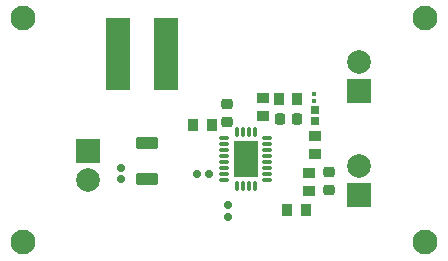
<source format=gts>
G04*
G04 #@! TF.GenerationSoftware,Altium Limited,Altium Designer,19.1.6 (110)*
G04*
G04 Layer_Color=8388736*
%FSLAX43Y43*%
%MOMM*%
G71*
G01*
G75*
G04:AMPARAMS|DCode=14|XSize=1mm|YSize=0.9mm|CornerRadius=0.25mm|HoleSize=0mm|Usage=FLASHONLY|Rotation=0.000|XOffset=0mm|YOffset=0mm|HoleType=Round|Shape=RoundedRectangle|*
%AMROUNDEDRECTD14*
21,1,1.000,0.400,0,0,0.0*
21,1,0.500,0.900,0,0,0.0*
1,1,0.500,0.250,-0.200*
1,1,0.500,-0.250,-0.200*
1,1,0.500,-0.250,0.200*
1,1,0.500,0.250,0.200*
%
%ADD14ROUNDEDRECTD14*%
%ADD15R,0.950X1.000*%
G04:AMPARAMS|DCode=16|XSize=0.6mm|YSize=0.6mm|CornerRadius=0.175mm|HoleSize=0mm|Usage=FLASHONLY|Rotation=270.000|XOffset=0mm|YOffset=0mm|HoleType=Round|Shape=RoundedRectangle|*
%AMROUNDEDRECTD16*
21,1,0.600,0.250,0,0,270.0*
21,1,0.250,0.600,0,0,270.0*
1,1,0.350,-0.125,-0.125*
1,1,0.350,-0.125,0.125*
1,1,0.350,0.125,0.125*
1,1,0.350,0.125,-0.125*
%
%ADD16ROUNDEDRECTD16*%
%ADD17R,1.000X0.950*%
%ADD18R,0.650X0.650*%
G04:AMPARAMS|DCode=19|XSize=0.38mm|YSize=0.4mm|CornerRadius=0.12mm|HoleSize=0mm|Usage=FLASHONLY|Rotation=90.000|XOffset=0mm|YOffset=0mm|HoleType=Round|Shape=RoundedRectangle|*
%AMROUNDEDRECTD19*
21,1,0.380,0.160,0,0,90.0*
21,1,0.140,0.400,0,0,90.0*
1,1,0.240,0.080,0.070*
1,1,0.240,0.080,-0.070*
1,1,0.240,-0.080,-0.070*
1,1,0.240,-0.080,0.070*
%
%ADD19ROUNDEDRECTD19*%
G04:AMPARAMS|DCode=20|XSize=1mm|YSize=0.9mm|CornerRadius=0.25mm|HoleSize=0mm|Usage=FLASHONLY|Rotation=90.000|XOffset=0mm|YOffset=0mm|HoleType=Round|Shape=RoundedRectangle|*
%AMROUNDEDRECTD20*
21,1,1.000,0.400,0,0,90.0*
21,1,0.500,0.900,0,0,90.0*
1,1,0.500,0.200,0.250*
1,1,0.500,0.200,-0.250*
1,1,0.500,-0.200,-0.250*
1,1,0.500,-0.200,0.250*
%
%ADD20ROUNDEDRECTD20*%
%ADD21R,2.110X6.100*%
G04:AMPARAMS|DCode=22|XSize=0.6mm|YSize=0.6mm|CornerRadius=0.175mm|HoleSize=0mm|Usage=FLASHONLY|Rotation=0.000|XOffset=0mm|YOffset=0mm|HoleType=Round|Shape=RoundedRectangle|*
%AMROUNDEDRECTD22*
21,1,0.600,0.250,0,0,0.0*
21,1,0.250,0.600,0,0,0.0*
1,1,0.350,0.125,-0.125*
1,1,0.350,-0.125,-0.125*
1,1,0.350,-0.125,0.125*
1,1,0.350,0.125,0.125*
%
%ADD22ROUNDEDRECTD22*%
G04:AMPARAMS|DCode=23|XSize=1.9mm|YSize=1.1mm|CornerRadius=0.3mm|HoleSize=0mm|Usage=FLASHONLY|Rotation=180.000|XOffset=0mm|YOffset=0mm|HoleType=Round|Shape=RoundedRectangle|*
%AMROUNDEDRECTD23*
21,1,1.900,0.500,0,0,180.0*
21,1,1.300,1.100,0,0,180.0*
1,1,0.600,-0.650,0.250*
1,1,0.600,0.650,0.250*
1,1,0.600,0.650,-0.250*
1,1,0.600,-0.650,-0.250*
%
%ADD23ROUNDEDRECTD23*%
%ADD24R,0.900X1.050*%
%ADD25O,1.000X0.350*%
%ADD26O,0.350X1.000*%
%ADD27R,2.150X3.150*%
%ADD28R,2.000X2.000*%
%ADD29C,2.000*%
%ADD30C,2.100*%
%ADD31C,0.700*%
D14*
X69240Y70232D02*
D03*
X69240Y68732D02*
D03*
X77900Y64450D02*
D03*
X77900Y62950D02*
D03*
D15*
X67970Y68428D02*
D03*
X66420D02*
D03*
X75222Y70612D02*
D03*
X73672D02*
D03*
D16*
X66700Y64300D02*
D03*
X67700D02*
D03*
D17*
X72275Y69175D02*
D03*
Y70725D02*
D03*
X76683Y67501D02*
D03*
Y65951D02*
D03*
X76225Y62825D02*
D03*
Y64375D02*
D03*
D18*
X76708Y69672D02*
D03*
Y68772D02*
D03*
D19*
X76657Y71040D02*
D03*
Y70510D02*
D03*
D20*
X75223Y68936D02*
D03*
X73723Y68936D02*
D03*
D21*
X64084Y74422D02*
D03*
X60071D02*
D03*
D22*
X60325Y64838D02*
D03*
Y63838D02*
D03*
X69393Y61663D02*
D03*
Y60663D02*
D03*
D23*
X62459Y66905D02*
D03*
Y63905D02*
D03*
D24*
X74325Y61250D02*
D03*
X75975D02*
D03*
D25*
X69045Y67298D02*
D03*
Y66798D02*
D03*
Y66298D02*
D03*
Y65798D02*
D03*
Y65298D02*
D03*
Y64798D02*
D03*
Y64298D02*
D03*
Y63798D02*
D03*
X72645D02*
D03*
Y64298D02*
D03*
Y64798D02*
D03*
Y65298D02*
D03*
Y65798D02*
D03*
Y66298D02*
D03*
Y66798D02*
D03*
Y67298D02*
D03*
D26*
X70095Y63248D02*
D03*
X70595D02*
D03*
X71095D02*
D03*
X71595D02*
D03*
Y67848D02*
D03*
X71095D02*
D03*
X70595D02*
D03*
X70095D02*
D03*
D27*
X70845Y65548D02*
D03*
D28*
X57506Y66249D02*
D03*
X80441Y62504D02*
D03*
Y71292D02*
D03*
D29*
X57506Y63749D02*
D03*
X80441Y65004D02*
D03*
Y73792D02*
D03*
D30*
X52000Y58500D02*
D03*
X86000D02*
D03*
Y77500D02*
D03*
X52000D02*
D03*
D31*
X71425Y64541D02*
D03*
X71450Y65608D02*
D03*
X70256Y64567D02*
D03*
Y65634D02*
D03*
X71450Y66650D02*
D03*
X70282Y66624D02*
D03*
M02*

</source>
